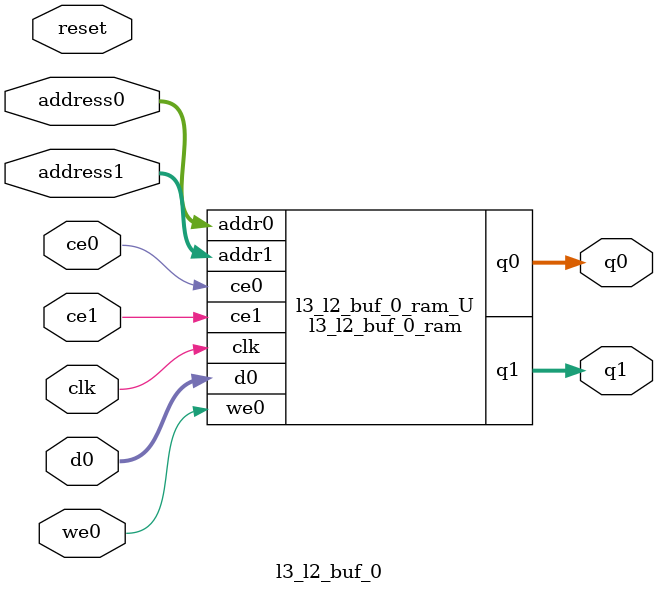
<source format=v>
`timescale 1 ns / 1 ps
module l3_l2_buf_0_ram (addr0, ce0, d0, we0, q0, addr1, ce1, q1,  clk);

parameter DWIDTH = 32;
parameter AWIDTH = 9;
parameter MEM_SIZE = 507;

input[AWIDTH-1:0] addr0;
input ce0;
input[DWIDTH-1:0] d0;
input we0;
output reg[DWIDTH-1:0] q0;
input[AWIDTH-1:0] addr1;
input ce1;
output reg[DWIDTH-1:0] q1;
input clk;

(* ram_style = "block" *)reg [DWIDTH-1:0] ram[0:MEM_SIZE-1];




always @(posedge clk)  
begin 
    if (ce0) begin
        if (we0) 
            ram[addr0] <= d0; 
        q0 <= ram[addr0];
    end
end


always @(posedge clk)  
begin 
    if (ce1) begin
        q1 <= ram[addr1];
    end
end


endmodule

`timescale 1 ns / 1 ps
module l3_l2_buf_0(
    reset,
    clk,
    address0,
    ce0,
    we0,
    d0,
    q0,
    address1,
    ce1,
    q1);

parameter DataWidth = 32'd32;
parameter AddressRange = 32'd507;
parameter AddressWidth = 32'd9;
input reset;
input clk;
input[AddressWidth - 1:0] address0;
input ce0;
input we0;
input[DataWidth - 1:0] d0;
output[DataWidth - 1:0] q0;
input[AddressWidth - 1:0] address1;
input ce1;
output[DataWidth - 1:0] q1;



l3_l2_buf_0_ram l3_l2_buf_0_ram_U(
    .clk( clk ),
    .addr0( address0 ),
    .ce0( ce0 ),
    .we0( we0 ),
    .d0( d0 ),
    .q0( q0 ),
    .addr1( address1 ),
    .ce1( ce1 ),
    .q1( q1 ));

endmodule


</source>
